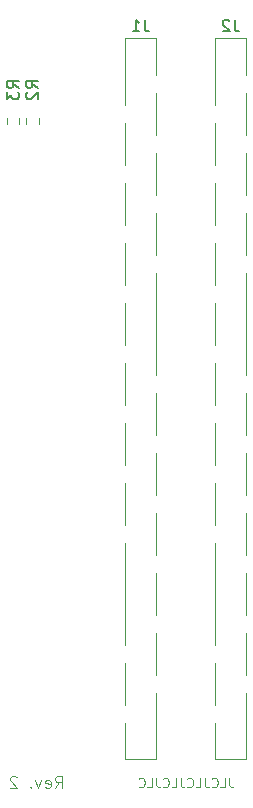
<source format=gbr>
G04 #@! TF.GenerationSoftware,KiCad,Pcbnew,9.0.6*
G04 #@! TF.CreationDate,2025-12-02T20:11:39+09:00*
G04 #@! TF.ProjectId,bionic-z180v,62696f6e-6963-42d7-9a31-3830762e6b69,2*
G04 #@! TF.SameCoordinates,Original*
G04 #@! TF.FileFunction,Legend,Bot*
G04 #@! TF.FilePolarity,Positive*
%FSLAX46Y46*%
G04 Gerber Fmt 4.6, Leading zero omitted, Abs format (unit mm)*
G04 Created by KiCad (PCBNEW 9.0.6) date 2025-12-02 20:11:39*
%MOMM*%
%LPD*%
G01*
G04 APERTURE LIST*
%ADD10C,0.100000*%
%ADD11C,0.125000*%
%ADD12C,0.150000*%
%ADD13C,0.120000*%
G04 APERTURE END LIST*
D10*
X117395238Y-136406895D02*
X117395238Y-136978323D01*
X117395238Y-136978323D02*
X117433333Y-137092609D01*
X117433333Y-137092609D02*
X117509524Y-137168800D01*
X117509524Y-137168800D02*
X117623809Y-137206895D01*
X117623809Y-137206895D02*
X117700000Y-137206895D01*
X116633333Y-137206895D02*
X117014285Y-137206895D01*
X117014285Y-137206895D02*
X117014285Y-136406895D01*
X115909523Y-137130704D02*
X115947619Y-137168800D01*
X115947619Y-137168800D02*
X116061904Y-137206895D01*
X116061904Y-137206895D02*
X116138095Y-137206895D01*
X116138095Y-137206895D02*
X116252381Y-137168800D01*
X116252381Y-137168800D02*
X116328571Y-137092609D01*
X116328571Y-137092609D02*
X116366666Y-137016419D01*
X116366666Y-137016419D02*
X116404762Y-136864038D01*
X116404762Y-136864038D02*
X116404762Y-136749752D01*
X116404762Y-136749752D02*
X116366666Y-136597371D01*
X116366666Y-136597371D02*
X116328571Y-136521180D01*
X116328571Y-136521180D02*
X116252381Y-136444990D01*
X116252381Y-136444990D02*
X116138095Y-136406895D01*
X116138095Y-136406895D02*
X116061904Y-136406895D01*
X116061904Y-136406895D02*
X115947619Y-136444990D01*
X115947619Y-136444990D02*
X115909523Y-136483085D01*
X115338095Y-136406895D02*
X115338095Y-136978323D01*
X115338095Y-136978323D02*
X115376190Y-137092609D01*
X115376190Y-137092609D02*
X115452381Y-137168800D01*
X115452381Y-137168800D02*
X115566666Y-137206895D01*
X115566666Y-137206895D02*
X115642857Y-137206895D01*
X114576190Y-137206895D02*
X114957142Y-137206895D01*
X114957142Y-137206895D02*
X114957142Y-136406895D01*
X113852380Y-137130704D02*
X113890476Y-137168800D01*
X113890476Y-137168800D02*
X114004761Y-137206895D01*
X114004761Y-137206895D02*
X114080952Y-137206895D01*
X114080952Y-137206895D02*
X114195238Y-137168800D01*
X114195238Y-137168800D02*
X114271428Y-137092609D01*
X114271428Y-137092609D02*
X114309523Y-137016419D01*
X114309523Y-137016419D02*
X114347619Y-136864038D01*
X114347619Y-136864038D02*
X114347619Y-136749752D01*
X114347619Y-136749752D02*
X114309523Y-136597371D01*
X114309523Y-136597371D02*
X114271428Y-136521180D01*
X114271428Y-136521180D02*
X114195238Y-136444990D01*
X114195238Y-136444990D02*
X114080952Y-136406895D01*
X114080952Y-136406895D02*
X114004761Y-136406895D01*
X114004761Y-136406895D02*
X113890476Y-136444990D01*
X113890476Y-136444990D02*
X113852380Y-136483085D01*
X113280952Y-136406895D02*
X113280952Y-136978323D01*
X113280952Y-136978323D02*
X113319047Y-137092609D01*
X113319047Y-137092609D02*
X113395238Y-137168800D01*
X113395238Y-137168800D02*
X113509523Y-137206895D01*
X113509523Y-137206895D02*
X113585714Y-137206895D01*
X112519047Y-137206895D02*
X112899999Y-137206895D01*
X112899999Y-137206895D02*
X112899999Y-136406895D01*
X111795237Y-137130704D02*
X111833333Y-137168800D01*
X111833333Y-137168800D02*
X111947618Y-137206895D01*
X111947618Y-137206895D02*
X112023809Y-137206895D01*
X112023809Y-137206895D02*
X112138095Y-137168800D01*
X112138095Y-137168800D02*
X112214285Y-137092609D01*
X112214285Y-137092609D02*
X112252380Y-137016419D01*
X112252380Y-137016419D02*
X112290476Y-136864038D01*
X112290476Y-136864038D02*
X112290476Y-136749752D01*
X112290476Y-136749752D02*
X112252380Y-136597371D01*
X112252380Y-136597371D02*
X112214285Y-136521180D01*
X112214285Y-136521180D02*
X112138095Y-136444990D01*
X112138095Y-136444990D02*
X112023809Y-136406895D01*
X112023809Y-136406895D02*
X111947618Y-136406895D01*
X111947618Y-136406895D02*
X111833333Y-136444990D01*
X111833333Y-136444990D02*
X111795237Y-136483085D01*
X111223809Y-136406895D02*
X111223809Y-136978323D01*
X111223809Y-136978323D02*
X111261904Y-137092609D01*
X111261904Y-137092609D02*
X111338095Y-137168800D01*
X111338095Y-137168800D02*
X111452380Y-137206895D01*
X111452380Y-137206895D02*
X111528571Y-137206895D01*
X110461904Y-137206895D02*
X110842856Y-137206895D01*
X110842856Y-137206895D02*
X110842856Y-136406895D01*
X109738094Y-137130704D02*
X109776190Y-137168800D01*
X109776190Y-137168800D02*
X109890475Y-137206895D01*
X109890475Y-137206895D02*
X109966666Y-137206895D01*
X109966666Y-137206895D02*
X110080952Y-137168800D01*
X110080952Y-137168800D02*
X110157142Y-137092609D01*
X110157142Y-137092609D02*
X110195237Y-137016419D01*
X110195237Y-137016419D02*
X110233333Y-136864038D01*
X110233333Y-136864038D02*
X110233333Y-136749752D01*
X110233333Y-136749752D02*
X110195237Y-136597371D01*
X110195237Y-136597371D02*
X110157142Y-136521180D01*
X110157142Y-136521180D02*
X110080952Y-136444990D01*
X110080952Y-136444990D02*
X109966666Y-136406895D01*
X109966666Y-136406895D02*
X109890475Y-136406895D01*
X109890475Y-136406895D02*
X109776190Y-136444990D01*
X109776190Y-136444990D02*
X109738094Y-136483085D01*
D11*
X102648240Y-137258119D02*
X102981573Y-136781928D01*
X103219668Y-137258119D02*
X103219668Y-136258119D01*
X103219668Y-136258119D02*
X102838716Y-136258119D01*
X102838716Y-136258119D02*
X102743478Y-136305738D01*
X102743478Y-136305738D02*
X102695859Y-136353357D01*
X102695859Y-136353357D02*
X102648240Y-136448595D01*
X102648240Y-136448595D02*
X102648240Y-136591452D01*
X102648240Y-136591452D02*
X102695859Y-136686690D01*
X102695859Y-136686690D02*
X102743478Y-136734309D01*
X102743478Y-136734309D02*
X102838716Y-136781928D01*
X102838716Y-136781928D02*
X103219668Y-136781928D01*
X101838716Y-137210500D02*
X101933954Y-137258119D01*
X101933954Y-137258119D02*
X102124430Y-137258119D01*
X102124430Y-137258119D02*
X102219668Y-137210500D01*
X102219668Y-137210500D02*
X102267287Y-137115261D01*
X102267287Y-137115261D02*
X102267287Y-136734309D01*
X102267287Y-136734309D02*
X102219668Y-136639071D01*
X102219668Y-136639071D02*
X102124430Y-136591452D01*
X102124430Y-136591452D02*
X101933954Y-136591452D01*
X101933954Y-136591452D02*
X101838716Y-136639071D01*
X101838716Y-136639071D02*
X101791097Y-136734309D01*
X101791097Y-136734309D02*
X101791097Y-136829547D01*
X101791097Y-136829547D02*
X102267287Y-136924785D01*
X101457763Y-136591452D02*
X101219668Y-137258119D01*
X101219668Y-137258119D02*
X100981573Y-136591452D01*
X100600620Y-137162880D02*
X100553001Y-137210500D01*
X100553001Y-137210500D02*
X100600620Y-137258119D01*
X100600620Y-137258119D02*
X100648239Y-137210500D01*
X100648239Y-137210500D02*
X100600620Y-137162880D01*
X100600620Y-137162880D02*
X100600620Y-137258119D01*
X99410144Y-136353357D02*
X99362525Y-136305738D01*
X99362525Y-136305738D02*
X99267287Y-136258119D01*
X99267287Y-136258119D02*
X99029192Y-136258119D01*
X99029192Y-136258119D02*
X98933954Y-136305738D01*
X98933954Y-136305738D02*
X98886335Y-136353357D01*
X98886335Y-136353357D02*
X98838716Y-136448595D01*
X98838716Y-136448595D02*
X98838716Y-136543833D01*
X98838716Y-136543833D02*
X98886335Y-136686690D01*
X98886335Y-136686690D02*
X99457763Y-137258119D01*
X99457763Y-137258119D02*
X98838716Y-137258119D01*
D12*
X99573319Y-77984833D02*
X99097128Y-77651500D01*
X99573319Y-77413405D02*
X98573319Y-77413405D01*
X98573319Y-77413405D02*
X98573319Y-77794357D01*
X98573319Y-77794357D02*
X98620938Y-77889595D01*
X98620938Y-77889595D02*
X98668557Y-77937214D01*
X98668557Y-77937214D02*
X98763795Y-77984833D01*
X98763795Y-77984833D02*
X98906652Y-77984833D01*
X98906652Y-77984833D02*
X99001890Y-77937214D01*
X99001890Y-77937214D02*
X99049509Y-77889595D01*
X99049509Y-77889595D02*
X99097128Y-77794357D01*
X99097128Y-77794357D02*
X99097128Y-77413405D01*
X98573319Y-78318167D02*
X98573319Y-78937214D01*
X98573319Y-78937214D02*
X98954271Y-78603881D01*
X98954271Y-78603881D02*
X98954271Y-78746738D01*
X98954271Y-78746738D02*
X99001890Y-78841976D01*
X99001890Y-78841976D02*
X99049509Y-78889595D01*
X99049509Y-78889595D02*
X99144747Y-78937214D01*
X99144747Y-78937214D02*
X99382842Y-78937214D01*
X99382842Y-78937214D02*
X99478080Y-78889595D01*
X99478080Y-78889595D02*
X99525700Y-78841976D01*
X99525700Y-78841976D02*
X99573319Y-78746738D01*
X99573319Y-78746738D02*
X99573319Y-78461024D01*
X99573319Y-78461024D02*
X99525700Y-78365786D01*
X99525700Y-78365786D02*
X99478080Y-78318167D01*
X101200819Y-77984833D02*
X100724628Y-77651500D01*
X101200819Y-77413405D02*
X100200819Y-77413405D01*
X100200819Y-77413405D02*
X100200819Y-77794357D01*
X100200819Y-77794357D02*
X100248438Y-77889595D01*
X100248438Y-77889595D02*
X100296057Y-77937214D01*
X100296057Y-77937214D02*
X100391295Y-77984833D01*
X100391295Y-77984833D02*
X100534152Y-77984833D01*
X100534152Y-77984833D02*
X100629390Y-77937214D01*
X100629390Y-77937214D02*
X100677009Y-77889595D01*
X100677009Y-77889595D02*
X100724628Y-77794357D01*
X100724628Y-77794357D02*
X100724628Y-77413405D01*
X100296057Y-78365786D02*
X100248438Y-78413405D01*
X100248438Y-78413405D02*
X100200819Y-78508643D01*
X100200819Y-78508643D02*
X100200819Y-78746738D01*
X100200819Y-78746738D02*
X100248438Y-78841976D01*
X100248438Y-78841976D02*
X100296057Y-78889595D01*
X100296057Y-78889595D02*
X100391295Y-78937214D01*
X100391295Y-78937214D02*
X100486533Y-78937214D01*
X100486533Y-78937214D02*
X100629390Y-78889595D01*
X100629390Y-78889595D02*
X101200819Y-78318167D01*
X101200819Y-78318167D02*
X101200819Y-78937214D01*
X117843333Y-72204819D02*
X117843333Y-72919104D01*
X117843333Y-72919104D02*
X117890952Y-73061961D01*
X117890952Y-73061961D02*
X117986190Y-73157200D01*
X117986190Y-73157200D02*
X118129047Y-73204819D01*
X118129047Y-73204819D02*
X118224285Y-73204819D01*
X117414761Y-72300057D02*
X117367142Y-72252438D01*
X117367142Y-72252438D02*
X117271904Y-72204819D01*
X117271904Y-72204819D02*
X117033809Y-72204819D01*
X117033809Y-72204819D02*
X116938571Y-72252438D01*
X116938571Y-72252438D02*
X116890952Y-72300057D01*
X116890952Y-72300057D02*
X116843333Y-72395295D01*
X116843333Y-72395295D02*
X116843333Y-72490533D01*
X116843333Y-72490533D02*
X116890952Y-72633390D01*
X116890952Y-72633390D02*
X117462380Y-73204819D01*
X117462380Y-73204819D02*
X116843333Y-73204819D01*
X110223333Y-72204819D02*
X110223333Y-72919104D01*
X110223333Y-72919104D02*
X110270952Y-73061961D01*
X110270952Y-73061961D02*
X110366190Y-73157200D01*
X110366190Y-73157200D02*
X110509047Y-73204819D01*
X110509047Y-73204819D02*
X110604285Y-73204819D01*
X109223333Y-73204819D02*
X109794761Y-73204819D01*
X109509047Y-73204819D02*
X109509047Y-72204819D01*
X109509047Y-72204819D02*
X109604285Y-72347676D01*
X109604285Y-72347676D02*
X109699523Y-72442914D01*
X109699523Y-72442914D02*
X109794761Y-72490533D01*
D13*
X98572500Y-81073224D02*
X98572500Y-80563776D01*
X99617500Y-81073224D02*
X99617500Y-80563776D01*
X100223500Y-81073224D02*
X100223500Y-80563776D01*
X101268500Y-81073224D02*
X101268500Y-80563776D01*
X116180000Y-74320000D02*
X116180000Y-73750000D01*
X116180000Y-79400000D02*
X116180000Y-74320000D01*
X116180000Y-84480000D02*
X116180000Y-80920000D01*
X116180000Y-89560000D02*
X116180000Y-86000000D01*
X116180000Y-94640000D02*
X116180000Y-91080000D01*
X116180000Y-99720000D02*
X116180000Y-96160000D01*
X116180000Y-104800000D02*
X116180000Y-101240000D01*
X116180000Y-109880000D02*
X116180000Y-106320000D01*
X116180000Y-114960000D02*
X116180000Y-111400000D01*
X116180000Y-121560000D02*
X116180000Y-116480000D01*
X116180000Y-125120000D02*
X116180000Y-121560000D01*
X116180000Y-130200000D02*
X116180000Y-126640000D01*
X116180000Y-134830000D02*
X116180000Y-131720000D01*
X118840000Y-73750000D02*
X116180000Y-73750000D01*
X118840000Y-76860000D02*
X118840000Y-73750000D01*
X118840000Y-81940000D02*
X118840000Y-78380000D01*
X118840000Y-87020000D02*
X118840000Y-83460000D01*
X118840000Y-92100000D02*
X118840000Y-88540000D01*
X118840000Y-98700000D02*
X118840000Y-93620000D01*
X118840000Y-102260000D02*
X118840000Y-98700000D01*
X118840000Y-107340000D02*
X118840000Y-103780000D01*
X118840000Y-112420000D02*
X118840000Y-108860000D01*
X118840000Y-117500000D02*
X118840000Y-113940000D01*
X118840000Y-122580000D02*
X118840000Y-119020000D01*
X118840000Y-127660000D02*
X118840000Y-124100000D01*
X118840000Y-134260000D02*
X118840000Y-129180000D01*
X118840000Y-134830000D02*
X116180000Y-134830000D01*
X118840000Y-134830000D02*
X118840000Y-134260000D01*
X108560000Y-75840000D02*
X108560000Y-73750000D01*
X108560000Y-79400000D02*
X108560000Y-75840000D01*
X108560000Y-84480000D02*
X108560000Y-80920000D01*
X108560000Y-89560000D02*
X108560000Y-86000000D01*
X108560000Y-94640000D02*
X108560000Y-91080000D01*
X108560000Y-99720000D02*
X108560000Y-96160000D01*
X108560000Y-104800000D02*
X108560000Y-101240000D01*
X108560000Y-109880000D02*
X108560000Y-106320000D01*
X108560000Y-114960000D02*
X108560000Y-111400000D01*
X108560000Y-121560000D02*
X108560000Y-116480000D01*
X108560000Y-125120000D02*
X108560000Y-121560000D01*
X108560000Y-130200000D02*
X108560000Y-126640000D01*
X108560000Y-134830000D02*
X108560000Y-131720000D01*
X111220000Y-73750000D02*
X108560000Y-73750000D01*
X111220000Y-76860000D02*
X111220000Y-73750000D01*
X111220000Y-81940000D02*
X111220000Y-78380000D01*
X111220000Y-87020000D02*
X111220000Y-83460000D01*
X111220000Y-92100000D02*
X111220000Y-88540000D01*
X111220000Y-98700000D02*
X111220000Y-93620000D01*
X111220000Y-102260000D02*
X111220000Y-98700000D01*
X111220000Y-107340000D02*
X111220000Y-103780000D01*
X111220000Y-112420000D02*
X111220000Y-108860000D01*
X111220000Y-117500000D02*
X111220000Y-113940000D01*
X111220000Y-122580000D02*
X111220000Y-119020000D01*
X111220000Y-127660000D02*
X111220000Y-124100000D01*
X111220000Y-134260000D02*
X111220000Y-129180000D01*
X111220000Y-134830000D02*
X108560000Y-134830000D01*
X111220000Y-134830000D02*
X111220000Y-134260000D01*
M02*

</source>
